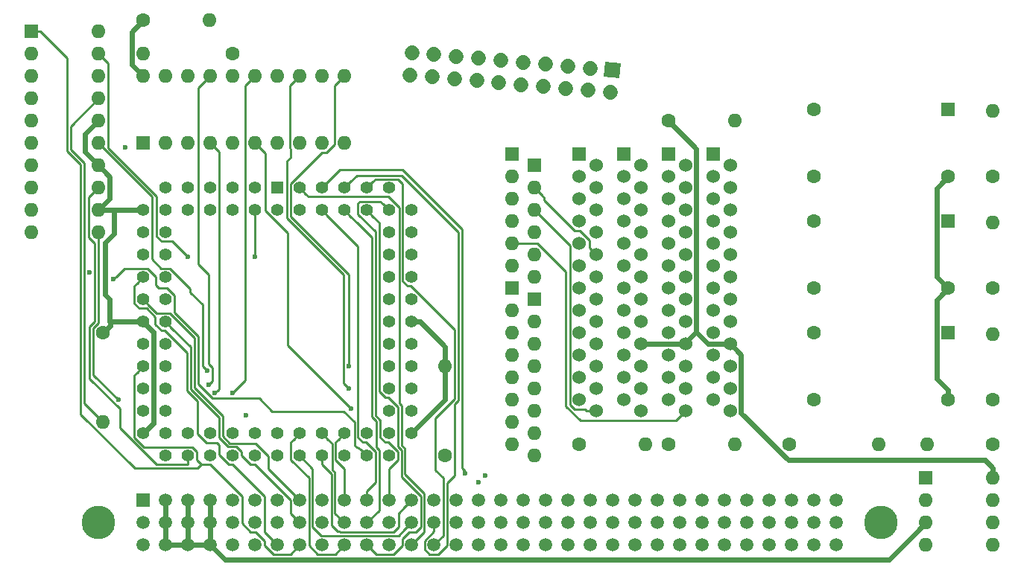
<source format=gbr>
G04 #@! TF.FileFunction,Copper,L4,Bot,Signal*
%FSLAX46Y46*%
G04 Gerber Fmt 4.6, Leading zero omitted, Abs format (unit mm)*
G04 Created by KiCad (PCBNEW 4.0.6) date Wednesday, 31 May 2017 22:47:01*
%MOMM*%
%LPD*%
G01*
G04 APERTURE LIST*
%ADD10C,0.100000*%
%ADD11R,1.524000X1.524000*%
%ADD12C,1.524000*%
%ADD13C,3.810000*%
%ADD14C,1.520000*%
%ADD15R,1.520000X1.520000*%
%ADD16R,1.600000X1.600000*%
%ADD17O,1.600000X1.600000*%
%ADD18C,1.600000*%
%ADD19C,1.727200*%
%ADD20R,1.397000X1.397000*%
%ADD21C,1.397000*%
%ADD22C,0.600000*%
%ADD23C,0.254000*%
%ADD24C,0.228600*%
%ADD25C,0.609600*%
G04 APERTURE END LIST*
D10*
D11*
X187960000Y-102870000D03*
D12*
X189865000Y-104140000D03*
X187960000Y-105410000D03*
X189865000Y-106680000D03*
X187960000Y-107950000D03*
X189865000Y-109220000D03*
X187960000Y-110490000D03*
X189865000Y-111760000D03*
X187960000Y-113030000D03*
X189865000Y-114300000D03*
X187960000Y-115570000D03*
X189865000Y-116840000D03*
X187960000Y-118110000D03*
X189865000Y-119380000D03*
X187960000Y-120650000D03*
X189865000Y-121920000D03*
X187960000Y-123190000D03*
X189865000Y-124460000D03*
X187960000Y-125730000D03*
X189865000Y-127000000D03*
X187960000Y-128270000D03*
X189865000Y-129540000D03*
X187960000Y-130810000D03*
X189865000Y-132080000D03*
D11*
X198120000Y-102870000D03*
D12*
X200025000Y-104140000D03*
X198120000Y-105410000D03*
X200025000Y-106680000D03*
X198120000Y-107950000D03*
X200025000Y-109220000D03*
X198120000Y-110490000D03*
X200025000Y-111760000D03*
X198120000Y-113030000D03*
X200025000Y-114300000D03*
X198120000Y-115570000D03*
X200025000Y-116840000D03*
X198120000Y-118110000D03*
X200025000Y-119380000D03*
X198120000Y-120650000D03*
X200025000Y-121920000D03*
X198120000Y-123190000D03*
X200025000Y-124460000D03*
X198120000Y-125730000D03*
X200025000Y-127000000D03*
X198120000Y-128270000D03*
X200025000Y-129540000D03*
X198120000Y-130810000D03*
X200025000Y-132080000D03*
D11*
X203200000Y-102870000D03*
D12*
X205105000Y-104140000D03*
X203200000Y-105410000D03*
X205105000Y-106680000D03*
X203200000Y-107950000D03*
X205105000Y-109220000D03*
X203200000Y-110490000D03*
X205105000Y-111760000D03*
X203200000Y-113030000D03*
X205105000Y-114300000D03*
X203200000Y-115570000D03*
X205105000Y-116840000D03*
X203200000Y-118110000D03*
X205105000Y-119380000D03*
X203200000Y-120650000D03*
X205105000Y-121920000D03*
X203200000Y-123190000D03*
X205105000Y-124460000D03*
X203200000Y-125730000D03*
X205105000Y-127000000D03*
X203200000Y-128270000D03*
X205105000Y-129540000D03*
X203200000Y-130810000D03*
X205105000Y-132080000D03*
D13*
X133350000Y-144780000D03*
X222250000Y-144780000D03*
D14*
X143510000Y-142240000D03*
X146050000Y-142240000D03*
X148590000Y-142240000D03*
X151130000Y-142240000D03*
X153670000Y-142240000D03*
X156210000Y-142240000D03*
X158750000Y-142240000D03*
X161290000Y-142240000D03*
X163830000Y-142240000D03*
X166370000Y-142240000D03*
X168910000Y-142240000D03*
X171450000Y-142240000D03*
X173990000Y-142240000D03*
X176530000Y-142240000D03*
X179070000Y-142240000D03*
X181610000Y-142240000D03*
X184150000Y-142240000D03*
X186690000Y-142240000D03*
X189230000Y-142240000D03*
X191770000Y-142240000D03*
X194310000Y-142240000D03*
X196850000Y-142240000D03*
X199390000Y-142240000D03*
X201930000Y-142240000D03*
X204470000Y-142240000D03*
X207010000Y-142240000D03*
X209550000Y-142240000D03*
X212090000Y-142240000D03*
X214630000Y-142240000D03*
X217170000Y-142240000D03*
X140970000Y-142240000D03*
D15*
X138430000Y-142240000D03*
D14*
X138430000Y-144780000D03*
X140970000Y-144780000D03*
X143510000Y-144780000D03*
X146050000Y-144780000D03*
X148590000Y-144780000D03*
X151130000Y-144780000D03*
X153670000Y-144780000D03*
X156210000Y-144780000D03*
X158750000Y-144780000D03*
X161290000Y-144780000D03*
X163830000Y-144780000D03*
X166370000Y-144780000D03*
X168910000Y-144780000D03*
X171450000Y-144780000D03*
X173990000Y-144780000D03*
X176530000Y-144780000D03*
X179070000Y-144780000D03*
X181610000Y-144780000D03*
X184150000Y-144780000D03*
X186690000Y-144780000D03*
X189230000Y-144780000D03*
X191770000Y-144780000D03*
X194310000Y-144780000D03*
X196850000Y-144780000D03*
X199390000Y-144780000D03*
X201930000Y-144780000D03*
X204470000Y-144780000D03*
X207010000Y-144780000D03*
X209550000Y-144780000D03*
X212090000Y-144780000D03*
X214630000Y-144780000D03*
X217170000Y-144780000D03*
X138430000Y-147320000D03*
X140970000Y-147320000D03*
X143510000Y-147320000D03*
X146050000Y-147320000D03*
X148590000Y-147320000D03*
X151130000Y-147320000D03*
X153670000Y-147320000D03*
X156210000Y-147320000D03*
X158750000Y-147320000D03*
X161290000Y-147320000D03*
X163830000Y-147320000D03*
X166370000Y-147320000D03*
X168910000Y-147320000D03*
X171450000Y-147320000D03*
X173990000Y-147320000D03*
X176530000Y-147320000D03*
X179070000Y-147320000D03*
X181610000Y-147320000D03*
X184150000Y-147320000D03*
X186690000Y-147320000D03*
X189230000Y-147320000D03*
X191770000Y-147320000D03*
X194310000Y-147320000D03*
X196850000Y-147320000D03*
X199390000Y-147320000D03*
X201930000Y-147320000D03*
X204470000Y-147320000D03*
X207010000Y-147320000D03*
X209550000Y-147320000D03*
X212090000Y-147320000D03*
X214630000Y-147320000D03*
X217170000Y-147320000D03*
D16*
X182880000Y-104140000D03*
D17*
X182880000Y-106680000D03*
X182880000Y-109220000D03*
X182880000Y-111760000D03*
X182880000Y-114300000D03*
X182880000Y-116840000D03*
D16*
X180340000Y-102870000D03*
D17*
X180340000Y-105410000D03*
X180340000Y-107950000D03*
X180340000Y-110490000D03*
X180340000Y-113030000D03*
X180340000Y-115570000D03*
D16*
X180340000Y-118110000D03*
D17*
X180340000Y-120650000D03*
X180340000Y-123190000D03*
X180340000Y-125730000D03*
X180340000Y-128270000D03*
X180340000Y-130810000D03*
X180340000Y-133350000D03*
X180340000Y-135890000D03*
D16*
X182880000Y-119380000D03*
D17*
X182880000Y-121920000D03*
X182880000Y-124460000D03*
X182880000Y-127000000D03*
X182880000Y-129540000D03*
X182880000Y-132080000D03*
X182880000Y-134620000D03*
X182880000Y-137160000D03*
D16*
X229870000Y-97790000D03*
D18*
X229870000Y-105410000D03*
X214630000Y-105410000D03*
X214630000Y-97790000D03*
D16*
X229870000Y-110490000D03*
D18*
X229870000Y-118110000D03*
X214630000Y-118110000D03*
X214630000Y-110490000D03*
D16*
X229870000Y-123190000D03*
D18*
X229870000Y-130810000D03*
X214630000Y-130810000D03*
X214630000Y-123190000D03*
X234950000Y-105410000D03*
D17*
X234950000Y-97910000D03*
D18*
X234950000Y-118110000D03*
D17*
X234950000Y-110610000D03*
D18*
X234950000Y-130810000D03*
D17*
X234950000Y-123310000D03*
D18*
X138430000Y-87630000D03*
D17*
X145930000Y-87630000D03*
D18*
X187960000Y-135890000D03*
D17*
X195460000Y-135890000D03*
D18*
X198120000Y-99060000D03*
D17*
X205620000Y-99060000D03*
D18*
X198120000Y-135890000D03*
D17*
X205620000Y-135890000D03*
D18*
X234950000Y-135890000D03*
D17*
X227450000Y-135890000D03*
D10*
G36*
X192647588Y-92491208D02*
X192497053Y-94211835D01*
X190776426Y-94061300D01*
X190926961Y-92340673D01*
X192647588Y-92491208D01*
X192647588Y-92491208D01*
G37*
D19*
X191490631Y-95806589D02*
X191490631Y-95806589D01*
X189181672Y-93054878D02*
X189181672Y-93054878D01*
X188960297Y-95585213D02*
X188960297Y-95585213D01*
X186651338Y-92833503D02*
X186651338Y-92833503D01*
X186429962Y-95363837D02*
X186429962Y-95363837D01*
X184121003Y-92612127D02*
X184121003Y-92612127D01*
X183899628Y-95142462D02*
X183899628Y-95142462D01*
X181590669Y-92390752D02*
X181590669Y-92390752D01*
X181369293Y-94921086D02*
X181369293Y-94921086D01*
X179060334Y-92169376D02*
X179060334Y-92169376D01*
X178838959Y-94699711D02*
X178838959Y-94699711D01*
X176530000Y-91948000D02*
X176530000Y-91948000D01*
X176308624Y-94478335D02*
X176308624Y-94478335D01*
X173999665Y-91726625D02*
X173999665Y-91726625D01*
X173778290Y-94256959D02*
X173778290Y-94256959D01*
X171469331Y-91505249D02*
X171469331Y-91505249D01*
X171247955Y-94035584D02*
X171247955Y-94035584D01*
X168938996Y-91283874D02*
X168938996Y-91283874D01*
X168717621Y-93814208D02*
X168717621Y-93814208D01*
D18*
X148590000Y-91440000D03*
D17*
X138430000Y-91440000D03*
D18*
X133858000Y-123190000D03*
D17*
X133858000Y-133350000D03*
D18*
X172720000Y-137160000D03*
D17*
X172720000Y-127000000D03*
D18*
X211836000Y-135890000D03*
D17*
X221996000Y-135890000D03*
D20*
X153670000Y-106680000D03*
D21*
X153670000Y-109220000D03*
X151130000Y-106680000D03*
X151130000Y-109220000D03*
X148590000Y-106680000D03*
X148590000Y-109220000D03*
X146050000Y-106680000D03*
X146050000Y-109220000D03*
X143510000Y-106680000D03*
X143510000Y-109220000D03*
X140970000Y-106680000D03*
X138430000Y-109220000D03*
X140970000Y-109220000D03*
X138430000Y-111760000D03*
X140970000Y-111760000D03*
X138430000Y-114300000D03*
X140970000Y-114300000D03*
X138430000Y-116840000D03*
X140970000Y-116840000D03*
X138430000Y-119380000D03*
X140970000Y-119380000D03*
X138430000Y-121920000D03*
X140970000Y-121920000D03*
X138430000Y-124460000D03*
X140970000Y-124460000D03*
X138430000Y-127000000D03*
X140970000Y-127000000D03*
X138430000Y-129540000D03*
X140970000Y-129540000D03*
X138430000Y-132080000D03*
X140970000Y-132080000D03*
X138430000Y-134620000D03*
X140970000Y-137160000D03*
X140970000Y-134620000D03*
X143510000Y-137160000D03*
X143510000Y-134620000D03*
X146050000Y-137160000D03*
X146050000Y-134620000D03*
X148590000Y-137160000D03*
X148590000Y-134620000D03*
X151130000Y-137160000D03*
X151130000Y-134620000D03*
X153670000Y-137160000D03*
X153670000Y-134620000D03*
X156210000Y-137160000D03*
X156210000Y-134620000D03*
X158750000Y-137160000D03*
X158750000Y-134620000D03*
X161290000Y-137160000D03*
X161290000Y-134620000D03*
X163830000Y-137160000D03*
X163830000Y-134620000D03*
X166370000Y-137160000D03*
X168910000Y-134620000D03*
X166370000Y-134620000D03*
X168910000Y-132080000D03*
X166370000Y-132080000D03*
X168910000Y-129540000D03*
X166370000Y-129540000D03*
X168910000Y-127000000D03*
X166370000Y-127000000D03*
X168910000Y-124460000D03*
X166370000Y-124460000D03*
X168910000Y-121920000D03*
X166370000Y-121920000D03*
X168910000Y-119380000D03*
X166370000Y-119380000D03*
X168910000Y-116840000D03*
X166370000Y-116840000D03*
X168910000Y-114300000D03*
X166370000Y-114300000D03*
X168910000Y-111760000D03*
X166370000Y-111760000D03*
X168910000Y-109220000D03*
X166370000Y-106680000D03*
X166370000Y-109220000D03*
X163830000Y-106680000D03*
X163830000Y-109220000D03*
X161290000Y-106680000D03*
X161290000Y-109220000D03*
X158750000Y-106680000D03*
X158750000Y-109220000D03*
X156210000Y-106680000D03*
X156210000Y-109220000D03*
D16*
X125730000Y-88900000D03*
D17*
X133350000Y-111760000D03*
X125730000Y-91440000D03*
X133350000Y-109220000D03*
X125730000Y-93980000D03*
X133350000Y-106680000D03*
X125730000Y-96520000D03*
X133350000Y-104140000D03*
X125730000Y-99060000D03*
X133350000Y-101600000D03*
X125730000Y-101600000D03*
X133350000Y-99060000D03*
X125730000Y-104140000D03*
X133350000Y-96520000D03*
X125730000Y-106680000D03*
X133350000Y-93980000D03*
X125730000Y-109220000D03*
X133350000Y-91440000D03*
X125730000Y-111760000D03*
X133350000Y-88900000D03*
D16*
X138430000Y-101600000D03*
D17*
X161290000Y-93980000D03*
X140970000Y-101600000D03*
X158750000Y-93980000D03*
X143510000Y-101600000D03*
X156210000Y-93980000D03*
X146050000Y-101600000D03*
X153670000Y-93980000D03*
X148590000Y-101600000D03*
X151130000Y-93980000D03*
X151130000Y-101600000D03*
X148590000Y-93980000D03*
X153670000Y-101600000D03*
X146050000Y-93980000D03*
X156210000Y-101600000D03*
X143510000Y-93980000D03*
X158750000Y-101600000D03*
X140970000Y-93980000D03*
X161290000Y-101600000D03*
X138430000Y-93980000D03*
D16*
X227330000Y-139700000D03*
D17*
X234950000Y-147320000D03*
X227330000Y-142240000D03*
X234950000Y-144780000D03*
X227330000Y-144780000D03*
X234950000Y-142240000D03*
X227330000Y-147320000D03*
X234950000Y-139700000D03*
D11*
X193040000Y-102870000D03*
D12*
X194945000Y-104140000D03*
X193040000Y-105410000D03*
X194945000Y-106680000D03*
X193040000Y-107950000D03*
X194945000Y-109220000D03*
X193040000Y-110490000D03*
X194945000Y-111760000D03*
X193040000Y-113030000D03*
X194945000Y-114300000D03*
X193040000Y-115570000D03*
X194945000Y-116840000D03*
X193040000Y-118110000D03*
X194945000Y-119380000D03*
X193040000Y-120650000D03*
X194945000Y-121920000D03*
X193040000Y-123190000D03*
X194945000Y-124460000D03*
X193040000Y-125730000D03*
X194945000Y-127000000D03*
X193040000Y-128270000D03*
X194945000Y-129540000D03*
X193040000Y-130810000D03*
X194945000Y-132080000D03*
D22*
X132334000Y-116332000D03*
X175006000Y-139192000D03*
X150114000Y-132588000D03*
X145691291Y-127434079D03*
X135043890Y-117076233D03*
X136398000Y-102108000D03*
X135636000Y-130810000D03*
X151130000Y-114554000D03*
X177292000Y-139446000D03*
X176530000Y-140208000D03*
X145880110Y-129044072D03*
X146558000Y-130048000D03*
X148590000Y-130048000D03*
X162052000Y-131826000D03*
X161798000Y-129540000D03*
X161798000Y-127000000D03*
X143510000Y-114554000D03*
D23*
X200025000Y-132080000D02*
X198958199Y-133146801D01*
X186461388Y-116246282D02*
X183245106Y-113030000D01*
X198958199Y-133146801D02*
X188107263Y-133146801D01*
X188107263Y-133146801D02*
X186461388Y-131500926D01*
X186461388Y-131500926D02*
X186461388Y-116246282D01*
X183245106Y-113030000D02*
X181471370Y-113030000D01*
X181471370Y-113030000D02*
X180340000Y-113030000D01*
D24*
X183984801Y-107784801D02*
X183984801Y-108074871D01*
X183984801Y-108074871D02*
X187454031Y-111544101D01*
X187454031Y-111544101D02*
X188034171Y-111544101D01*
X188034171Y-111544101D02*
X189103001Y-112612931D01*
X189103001Y-112612931D02*
X189103001Y-113538001D01*
X189103001Y-113538001D02*
X189865000Y-114300000D01*
D23*
X183984801Y-107784801D02*
X183679999Y-107479999D01*
X183679999Y-107479999D02*
X182880000Y-106680000D01*
X188787370Y-132080000D02*
X189865000Y-132080000D01*
X188584171Y-131876801D02*
X188787370Y-132080000D01*
X186893199Y-131322065D02*
X187447935Y-131876801D01*
X186893199Y-113233199D02*
X186893199Y-131322065D01*
X182880000Y-109220000D02*
X186893199Y-113233199D01*
X187447935Y-131876801D02*
X188584171Y-131876801D01*
D25*
X229870000Y-118110000D02*
X228587399Y-116827399D01*
X228587399Y-116827399D02*
X228587399Y-106692601D01*
X228587399Y-106692601D02*
X229070001Y-106209999D01*
X229070001Y-106209999D02*
X229870000Y-105410000D01*
X229870000Y-130810000D02*
X229870000Y-129678630D01*
X229870000Y-129678630D02*
X228587399Y-128396029D01*
X228587399Y-128396029D02*
X228587399Y-119392601D01*
X228587399Y-119392601D02*
X229070001Y-118909999D01*
X229070001Y-118909999D02*
X229870000Y-118110000D01*
X194945000Y-124460000D02*
X199911212Y-124460000D01*
X199911212Y-124460000D02*
X201269601Y-123101611D01*
X234049370Y-137668000D02*
X211715750Y-137668000D01*
X211715750Y-137668000D02*
X206349601Y-132301851D01*
X206349601Y-132301851D02*
X206349601Y-125704601D01*
X206349601Y-125704601D02*
X205866999Y-125221999D01*
X205866999Y-125221999D02*
X205105000Y-124460000D01*
X234950000Y-139700000D02*
X234950000Y-138568630D01*
X234950000Y-138568630D02*
X234049370Y-137668000D01*
X131826000Y-102616000D02*
X131826000Y-100584000D01*
X131826000Y-100584000D02*
X133350000Y-99060000D01*
X133350000Y-104140000D02*
X131826000Y-102616000D01*
X133350000Y-109220000D02*
X134632601Y-107937399D01*
X134632601Y-107937399D02*
X134632601Y-105422601D01*
X134632601Y-105422601D02*
X134149999Y-104939999D01*
X134149999Y-104939999D02*
X133350000Y-104140000D01*
X133350000Y-109220000D02*
X135128000Y-109220000D01*
X135128000Y-109220000D02*
X138430000Y-109220000D01*
X134112000Y-118872000D02*
X134112000Y-112896250D01*
X134620000Y-121920000D02*
X134620000Y-119380000D01*
X134620000Y-119380000D02*
X134112000Y-118872000D01*
X134112000Y-112896250D02*
X135128000Y-111880250D01*
X135128000Y-111880250D02*
X135128000Y-109220000D01*
X133858000Y-123190000D02*
X134657999Y-122390001D01*
X134657999Y-122390001D02*
X134657999Y-121957999D01*
X134657999Y-121957999D02*
X134620000Y-121920000D01*
X138430000Y-134620000D02*
X139611101Y-133438899D01*
X139611101Y-133438899D02*
X139611101Y-123101101D01*
X139611101Y-123101101D02*
X139128499Y-122618499D01*
X139128499Y-122618499D02*
X138430000Y-121920000D01*
X138430000Y-121920000D02*
X134620000Y-121920000D01*
X138430000Y-87630000D02*
X137147399Y-88912601D01*
X137147399Y-88912601D02*
X137147399Y-92697399D01*
X137147399Y-92697399D02*
X137630001Y-93180001D01*
X137630001Y-93180001D02*
X138430000Y-93980000D01*
X168910000Y-134620000D02*
X172720000Y-130810000D01*
X172720000Y-130810000D02*
X172720000Y-127000000D01*
X168910000Y-121920000D02*
X169897828Y-121920000D01*
X169897828Y-121920000D02*
X172720000Y-124742172D01*
X172720000Y-124742172D02*
X172720000Y-125868630D01*
X172720000Y-125868630D02*
X172720000Y-127000000D01*
X198120000Y-99060000D02*
X201269601Y-102209601D01*
X201269601Y-102209601D02*
X201269601Y-123101611D01*
X204027370Y-124460000D02*
X205105000Y-124460000D01*
X201269601Y-123101611D02*
X202627990Y-124460000D01*
X202627990Y-124460000D02*
X204027370Y-124460000D01*
X223140988Y-148969012D02*
X226530001Y-145579999D01*
X146050000Y-147320000D02*
X147699012Y-148969012D01*
X147699012Y-148969012D02*
X223140988Y-148969012D01*
X226530001Y-145579999D02*
X227330000Y-144780000D01*
X143510000Y-147320000D02*
X146050000Y-147320000D01*
X140970000Y-147320000D02*
X143510000Y-147320000D01*
X143510000Y-144780000D02*
X143510000Y-147320000D01*
X146050000Y-144780000D02*
X146050000Y-147320000D01*
X146050000Y-142240000D02*
X146050000Y-144780000D01*
X143510000Y-142240000D02*
X143510000Y-144780000D01*
X140970000Y-144780000D02*
X140970000Y-147320000D01*
X140970000Y-142240000D02*
X140970000Y-144780000D01*
D24*
X151173679Y-135737589D02*
X148257452Y-135737589D01*
X152654000Y-137217910D02*
X151173679Y-135737589D01*
X139128499Y-120078499D02*
X138430000Y-119380000D01*
X139979399Y-120929399D02*
X139128499Y-120078499D01*
X148257452Y-135737589D02*
X147447012Y-134927149D01*
X141445489Y-120929399D02*
X139979399Y-120929399D01*
X144246577Y-123730487D02*
X141445489Y-120929399D01*
X144246577Y-129441640D02*
X144246577Y-123730487D01*
X147447012Y-132642075D02*
X144246577Y-129441640D01*
X147447012Y-134927149D02*
X147447012Y-132642075D01*
X152654000Y-138684000D02*
X152654000Y-137217910D01*
X156210000Y-142240000D02*
X152654000Y-138684000D01*
X161290000Y-142240000D02*
X161290000Y-138626090D01*
X161290000Y-138626090D02*
X160299399Y-137635489D01*
X160299399Y-137635489D02*
X160299399Y-135610601D01*
X160299399Y-135610601D02*
X160591501Y-135318499D01*
X160591501Y-135318499D02*
X161290000Y-134620000D01*
X163830000Y-142240000D02*
X163830000Y-141165198D01*
X163830000Y-141165198D02*
X164820601Y-140174597D01*
X164820601Y-140174597D02*
X164820601Y-136684511D01*
X164820601Y-136684511D02*
X163746691Y-135610601D01*
X163746691Y-135610601D02*
X163354511Y-135610601D01*
X163354511Y-135610601D02*
X162839399Y-135095489D01*
X162839399Y-135095489D02*
X162839399Y-113309399D01*
X162839399Y-113309399D02*
X159448499Y-109918499D01*
X159448499Y-109918499D02*
X158750000Y-109220000D01*
X167360601Y-136684511D02*
X166286691Y-135610601D01*
X166286691Y-135610601D02*
X165894511Y-135610601D01*
X166370000Y-142240000D02*
X166370000Y-138626090D01*
X167360601Y-137635489D02*
X167360601Y-136684511D01*
X165894511Y-135610601D02*
X165379399Y-135095489D01*
X166370000Y-138626090D02*
X167360601Y-137635489D01*
X165379399Y-135095489D02*
X165379399Y-133130241D01*
X165379399Y-133130241D02*
X164820601Y-132571443D01*
X165288512Y-133039353D02*
X164820601Y-132571443D01*
X164820601Y-132571443D02*
X164820601Y-111676691D01*
X164820601Y-111676691D02*
X162839399Y-109695489D01*
X162839399Y-108432601D02*
X163042601Y-108229399D01*
X162839399Y-109695489D02*
X162839399Y-108432601D01*
X163042601Y-108229399D02*
X165379399Y-108229399D01*
X165671501Y-108521501D02*
X166370000Y-109220000D01*
X165379399Y-108229399D02*
X165671501Y-108521501D01*
X160528000Y-145796000D02*
X160748890Y-145796000D01*
X167422101Y-143727899D02*
X168150001Y-142999999D01*
X168150001Y-142999999D02*
X168910000Y-142240000D01*
X160748890Y-145796000D02*
X160784991Y-145832101D01*
X167422101Y-145285009D02*
X167422101Y-143727899D01*
X160784991Y-145832101D02*
X166875009Y-145832101D01*
X166875009Y-145832101D02*
X167422101Y-145285009D01*
X159802101Y-145070101D02*
X160528000Y-145796000D01*
X158750000Y-137160000D02*
X158750000Y-138147828D01*
X158750000Y-138147828D02*
X159802101Y-139199929D01*
X159802101Y-139199929D02*
X159802101Y-145070101D01*
X174624923Y-138556923D02*
X175006000Y-138938000D01*
X175006000Y-138938000D02*
X175006000Y-139192000D01*
X174624923Y-137541077D02*
X174624923Y-138556923D01*
X160782000Y-104648000D02*
X167894000Y-104648000D01*
X158750000Y-106680000D02*
X160782000Y-104648000D01*
X174624923Y-111378923D02*
X174624923Y-137541077D01*
X167894000Y-104648000D02*
X174624923Y-111378923D01*
X139420601Y-114782601D02*
X140487399Y-115849399D01*
X143781488Y-118562549D02*
X145188417Y-119969478D01*
X145391292Y-127134080D02*
X145691291Y-127434079D01*
X140487399Y-115849399D02*
X141445489Y-115849399D01*
X145188417Y-126931205D02*
X145391292Y-127134080D01*
X145188417Y-119969478D02*
X145188417Y-126931205D01*
X141445489Y-115849399D02*
X143781488Y-118185398D01*
X143781488Y-118185398D02*
X143781488Y-118562549D01*
X133350000Y-101600000D02*
X139420601Y-107670601D01*
X139420601Y-107670601D02*
X139420601Y-114782601D01*
X141668499Y-122618499D02*
X140970000Y-121920000D01*
X147040601Y-132810415D02*
X143840166Y-129609980D01*
X143840166Y-129609980D02*
X143840166Y-124790166D01*
X143840166Y-124790166D02*
X141668499Y-122618499D01*
X155157899Y-142170789D02*
X151137711Y-138150601D01*
X155157899Y-143727899D02*
X155157899Y-142170789D01*
X156210000Y-144780000D02*
X155157899Y-143727899D01*
X149040090Y-136144000D02*
X148073159Y-136144000D01*
X149580601Y-136684511D02*
X149040090Y-136144000D01*
X147040601Y-135111441D02*
X147040601Y-132810415D01*
X148073159Y-136144000D02*
X147040601Y-135111441D01*
X149580601Y-137134601D02*
X149580601Y-136684511D01*
X150596601Y-138150601D02*
X149580601Y-137134601D01*
X151137711Y-138150601D02*
X150596601Y-138150601D01*
X161290000Y-144780000D02*
X160208512Y-143698512D01*
X160208512Y-143698512D02*
X160208512Y-139031589D01*
X160208512Y-139031589D02*
X159892988Y-138716065D01*
X159892988Y-138716065D02*
X159892988Y-135762988D01*
X159892988Y-135762988D02*
X159448499Y-135318499D01*
X159448499Y-135318499D02*
X158750000Y-134620000D01*
X164414191Y-112344191D02*
X162814000Y-110744000D01*
X164414191Y-132739783D02*
X164414191Y-112344191D01*
X164882101Y-133207692D02*
X164414191Y-132739783D01*
X164882101Y-136171261D02*
X164882101Y-133207692D01*
X165227012Y-136516171D02*
X164882101Y-136171261D01*
X165227012Y-143382988D02*
X165227012Y-136516171D01*
X163830000Y-144780000D02*
X165227012Y-143382988D01*
X162814000Y-110744000D02*
X161988499Y-109918499D01*
X162839399Y-110769399D02*
X162814000Y-110744000D01*
X161988499Y-109918499D02*
X161290000Y-109220000D01*
D23*
X139839712Y-117727996D02*
X139839712Y-116764826D01*
X135343889Y-116776234D02*
X135043890Y-117076233D01*
X136283424Y-115836699D02*
X135343889Y-116776234D01*
X138911585Y-115836699D02*
X136283424Y-115836699D01*
X139839712Y-116764826D02*
X138911585Y-115836699D01*
X140221716Y-118110000D02*
X139839712Y-117727996D01*
D24*
X144652988Y-129019300D02*
X146273790Y-130640102D01*
X153083994Y-132116306D02*
X161193198Y-132116306D01*
X151607790Y-130640102D02*
X153083994Y-132116306D01*
X146273790Y-130640102D02*
X151607790Y-130640102D01*
X144652988Y-123562148D02*
X144652988Y-129019300D01*
X140221716Y-118110000D02*
X141166090Y-118110000D01*
X141166090Y-118110000D02*
X141986000Y-118929910D01*
X141986000Y-120895160D02*
X144652988Y-123562148D01*
X141986000Y-118929910D02*
X141986000Y-120895160D01*
D23*
X162420288Y-136004288D02*
X163131501Y-136461501D01*
X163131501Y-136461501D02*
X163830000Y-137160000D01*
X162420288Y-133343396D02*
X162420288Y-136004288D01*
X161193198Y-132116306D02*
X162420288Y-133343396D01*
D24*
X168150001Y-145539999D02*
X168910000Y-144780000D01*
X167451488Y-146238512D02*
X168150001Y-145539999D01*
X158651402Y-146238512D02*
X167451488Y-146238512D01*
X157668512Y-145255622D02*
X158651402Y-146238512D01*
X157668512Y-138618512D02*
X157668512Y-145255622D01*
X156210000Y-137160000D02*
X157668512Y-138618512D01*
X174218512Y-111734512D02*
X167766988Y-105282988D01*
X167766988Y-105282988D02*
X162687012Y-105282988D01*
X162687012Y-105282988D02*
X161988499Y-105981501D01*
X161988499Y-105981501D02*
X161290000Y-106680000D01*
X173812101Y-131241899D02*
X174218512Y-130835488D01*
X174218512Y-130835488D02*
X174218512Y-111734512D01*
X172937899Y-140244101D02*
X173812101Y-139369899D01*
X173812101Y-139369899D02*
X173812101Y-131241899D01*
X171450000Y-144780000D02*
X171450000Y-145762890D01*
X172937899Y-147389211D02*
X172937899Y-140244101D01*
X171450000Y-145762890D02*
X170397899Y-146814991D01*
X170397899Y-146814991D02*
X170397899Y-147825009D01*
X170397899Y-147825009D02*
X170944991Y-148372101D01*
X170944991Y-148372101D02*
X171955009Y-148372101D01*
X171955009Y-148372101D02*
X172937899Y-147389211D01*
X133350000Y-111760000D02*
X133350000Y-122081690D01*
X133350000Y-122081690D02*
X132765899Y-122665791D01*
X132765899Y-122665791D02*
X132765899Y-127939899D01*
X132765899Y-127939899D02*
X135636000Y-130810000D01*
X133058001Y-132550001D02*
X133858000Y-133350000D01*
X131741899Y-131233899D02*
X133058001Y-132550001D01*
X130213091Y-99656909D02*
X130213091Y-102355249D01*
X131741899Y-103884057D02*
X131741899Y-131233899D01*
X130213091Y-102355249D02*
X131741899Y-103884057D01*
X133350000Y-96520000D02*
X130213091Y-99656909D01*
X151130000Y-114554000D02*
X151130000Y-109220000D01*
X137731501Y-117538499D02*
X138430000Y-116840000D01*
X153670000Y-147320000D02*
X152182101Y-145832101D01*
X152182101Y-145832101D02*
X152182101Y-141734991D01*
X152182101Y-141734991D02*
X148597711Y-138150601D01*
X148597711Y-138150601D02*
X148114511Y-138150601D01*
X137954511Y-120370601D02*
X137439399Y-119855489D01*
X138845851Y-120370601D02*
X137954511Y-120370601D01*
X137439399Y-117830601D02*
X137731501Y-117538499D01*
X137439399Y-119855489D02*
X137439399Y-117830601D01*
X139811059Y-122227149D02*
X139811059Y-121335810D01*
X139811059Y-121335810D02*
X138845851Y-120370601D01*
X140494511Y-122910601D02*
X139811059Y-122227149D01*
X140884036Y-122910601D02*
X140494511Y-122910601D01*
X147040601Y-137076691D02*
X147040601Y-135931351D01*
X147040601Y-135931351D02*
X146786601Y-135677351D01*
X146786601Y-135677351D02*
X145641261Y-135677351D01*
X145641261Y-135677351D02*
X144627589Y-134663679D01*
X144627589Y-134663679D02*
X144627589Y-130972154D01*
X144627589Y-130972154D02*
X143433755Y-129778320D01*
X143433755Y-129778320D02*
X143433755Y-125460321D01*
X143433755Y-125460321D02*
X140884036Y-122910601D01*
X148114511Y-138150601D02*
X147040601Y-137076691D01*
X144583904Y-138582410D02*
X145015713Y-138150601D01*
X137474100Y-138582410D02*
X144583904Y-138582410D01*
X131335489Y-132443799D02*
X137474100Y-138582410D01*
X131335488Y-104052397D02*
X131335489Y-132443799D01*
X129806680Y-91948080D02*
X129806680Y-102523589D01*
X126758600Y-88900000D02*
X129806680Y-91948080D01*
X129806680Y-102523589D02*
X131335488Y-104052397D01*
X125730000Y-88900000D02*
X126758600Y-88900000D01*
X137731501Y-127698499D02*
X138430000Y-127000000D01*
X137439399Y-135086648D02*
X137439399Y-127990601D01*
X137439399Y-127990601D02*
X137731501Y-127698499D01*
X144500601Y-137635489D02*
X144500601Y-136684511D01*
X144500601Y-136684511D02*
X143985489Y-136169399D01*
X146057711Y-138150601D02*
X145015713Y-138150601D01*
X145015713Y-138150601D02*
X144500601Y-137635489D01*
X150624991Y-145832101D02*
X149642101Y-144849211D01*
X149642101Y-144849211D02*
X149642101Y-141734991D01*
X149642101Y-141734991D02*
X146057711Y-138150601D01*
X143985489Y-136169399D02*
X138522150Y-136169399D01*
X138522150Y-136169399D02*
X137439399Y-135086648D01*
X153198101Y-148372101D02*
X152182101Y-147356101D01*
X152182101Y-147356101D02*
X152182101Y-146814991D01*
X152182101Y-146814991D02*
X151199211Y-145832101D01*
X151199211Y-145832101D02*
X150624991Y-145832101D01*
X155157899Y-148372101D02*
X153198101Y-148372101D01*
X156210000Y-147320000D02*
X155157899Y-148372101D01*
X161290000Y-147320000D02*
X160237899Y-148372101D01*
X160237899Y-148372101D02*
X158244991Y-148372101D01*
X158244991Y-148372101D02*
X157262101Y-147389211D01*
X157262101Y-147389211D02*
X157262101Y-139678191D01*
X157262101Y-139678191D02*
X155219399Y-137635489D01*
X155219399Y-137635489D02*
X155219399Y-135610601D01*
X155219399Y-135610601D02*
X155511501Y-135318499D01*
X155511501Y-135318499D02*
X156210000Y-134620000D01*
X165227012Y-110617012D02*
X164528499Y-109918499D01*
X165227012Y-129863102D02*
X165227012Y-110617012D01*
X165894511Y-130530601D02*
X165227012Y-129863102D01*
X166286691Y-130530601D02*
X165894511Y-130530601D01*
X167360601Y-131604511D02*
X166286691Y-130530601D01*
X167767012Y-136516171D02*
X167360601Y-136109761D01*
X167360601Y-136109761D02*
X167360601Y-131604511D01*
X169415009Y-145832101D02*
X169962101Y-145285009D01*
X169962101Y-145285009D02*
X169962101Y-141734991D01*
X167857899Y-147389211D02*
X167857899Y-146594101D01*
X167857899Y-146594101D02*
X168619899Y-145832101D01*
X168619899Y-145832101D02*
X169415009Y-145832101D01*
X169962101Y-141734991D02*
X167767012Y-139539902D01*
X167767012Y-139539902D02*
X167767012Y-136516171D01*
X166875009Y-148372101D02*
X167857899Y-147389211D01*
X164882101Y-148372101D02*
X166875009Y-148372101D01*
X163830000Y-147320000D02*
X164882101Y-148372101D01*
X164528499Y-109918499D02*
X163830000Y-109220000D01*
X156908499Y-107378499D02*
X156210000Y-106680000D01*
X157200601Y-107670601D02*
X156908499Y-107378499D01*
X166286691Y-107670601D02*
X157200601Y-107670601D01*
X167512988Y-108896898D02*
X166286691Y-107670601D01*
X167512988Y-131182148D02*
X167512988Y-108896898D01*
X167767012Y-131436171D02*
X167512988Y-131182148D01*
X168173423Y-139217423D02*
X168173423Y-136347831D01*
X170368512Y-141412512D02*
X168173423Y-139217423D01*
X167767012Y-135941420D02*
X167767012Y-131436171D01*
X168173423Y-136347831D02*
X167767012Y-135941420D01*
X170368512Y-145861488D02*
X170368512Y-141412512D01*
X168910000Y-147320000D02*
X170368512Y-145861488D01*
X164528499Y-105981501D02*
X163830000Y-106680000D01*
X164820601Y-105689399D02*
X164528499Y-105981501D01*
X167411399Y-105689399D02*
X164820601Y-105689399D01*
X167919399Y-106197399D02*
X167411399Y-105689399D01*
X167919399Y-117315489D02*
X167919399Y-106197399D01*
X168434511Y-117830601D02*
X167919399Y-117315489D01*
X168826691Y-117830601D02*
X168434511Y-117830601D01*
X173812101Y-122816011D02*
X168826691Y-117830601D01*
X173812101Y-130667149D02*
X173812101Y-122816011D01*
X171627899Y-132851351D02*
X173812101Y-130667149D01*
X171627899Y-138803989D02*
X171627899Y-132851351D01*
X172502101Y-139678191D02*
X171627899Y-138803989D01*
X172502101Y-146267899D02*
X172502101Y-139678191D01*
X171450000Y-147320000D02*
X172502101Y-146267899D01*
X133350000Y-106680000D02*
X132257899Y-107772101D01*
X132257899Y-107772101D02*
X132257899Y-112284209D01*
X132943590Y-121913350D02*
X132359489Y-122497451D01*
X132359489Y-122497451D02*
X132359489Y-128409799D01*
X132359489Y-128409799D02*
X135775690Y-131826000D01*
X135775690Y-131826000D02*
X135775690Y-134006530D01*
X135775690Y-134006530D02*
X139919761Y-138150601D01*
X139919761Y-138150601D02*
X142976601Y-138150601D01*
X142976601Y-138150601D02*
X143002000Y-138176000D01*
X143002000Y-138176000D02*
X143481828Y-138176000D01*
X143481828Y-138176000D02*
X143510000Y-138147828D01*
X143510000Y-138147828D02*
X143510000Y-137160000D01*
X132257899Y-112284209D02*
X132943590Y-112969900D01*
X132943590Y-112969900D02*
X132943590Y-121913350D01*
X146180109Y-128744073D02*
X145880110Y-129044072D01*
X146283392Y-128640790D02*
X146180109Y-128744073D01*
X146283392Y-127149870D02*
X146283392Y-128640790D01*
X145880110Y-126746588D02*
X146283392Y-127149870D01*
X145880110Y-116555800D02*
X145880110Y-126746588D01*
X146050000Y-93980000D02*
X144695899Y-95334101D01*
X144695899Y-95334101D02*
X144695899Y-115371589D01*
X144695899Y-115371589D02*
X145880110Y-116555800D01*
X146050000Y-101600000D02*
X147048512Y-102598512D01*
X147048512Y-102598512D02*
X147048512Y-129557488D01*
X146857999Y-129748001D02*
X146558000Y-130048000D01*
X147048512Y-129557488D02*
X146857999Y-129748001D01*
X151130000Y-93980000D02*
X150037899Y-95072101D01*
X150037899Y-95072101D02*
X150037899Y-128600101D01*
X150037899Y-128600101D02*
X148590000Y-130048000D01*
X152272988Y-109289078D02*
X154812988Y-111829078D01*
X152272988Y-102742988D02*
X152272988Y-109289078D01*
X154812988Y-124586988D02*
X161752001Y-131526001D01*
X154812988Y-111829078D02*
X154812988Y-124586988D01*
X151130000Y-101600000D02*
X152272988Y-102742988D01*
X161752001Y-131526001D02*
X162052000Y-131826000D01*
X161205898Y-128947898D02*
X161498001Y-129240001D01*
X161205898Y-116568649D02*
X161205898Y-128947898D01*
X154787589Y-103639629D02*
X154787589Y-110150340D01*
X155219399Y-103207819D02*
X154787589Y-103639629D01*
X161498001Y-129240001D02*
X161798000Y-129540000D01*
X155219399Y-102225709D02*
X155219399Y-103207819D01*
X155117899Y-102124209D02*
X155219399Y-102225709D01*
X155117899Y-95072101D02*
X155117899Y-102124209D01*
X156210000Y-93980000D02*
X155117899Y-95072101D01*
X154787589Y-110150340D02*
X161205898Y-116568649D01*
X155194000Y-109982000D02*
X161798000Y-116586000D01*
X161798000Y-116586000D02*
X161798000Y-127000000D01*
X155194000Y-106229910D02*
X155194000Y-109982000D01*
X159274209Y-102692101D02*
X158731809Y-102692101D01*
X158731809Y-102692101D02*
X155194000Y-106229910D01*
X161290000Y-93980000D02*
X160197899Y-95072101D01*
X160197899Y-95072101D02*
X160197899Y-101768411D01*
X160197899Y-101768411D02*
X159274209Y-102692101D01*
X139954000Y-112210090D02*
X139954000Y-107629250D01*
X141706601Y-112750601D02*
X140494511Y-112750601D01*
X140494511Y-112750601D02*
X139954000Y-112210090D01*
X143510000Y-114554000D02*
X141706601Y-112750601D01*
X134442101Y-92532101D02*
X134149999Y-92239999D01*
X134149999Y-92239999D02*
X133350000Y-91440000D01*
X134442101Y-102117351D02*
X134442101Y-92532101D01*
X139954000Y-107629250D02*
X134442101Y-102117351D01*
M02*

</source>
